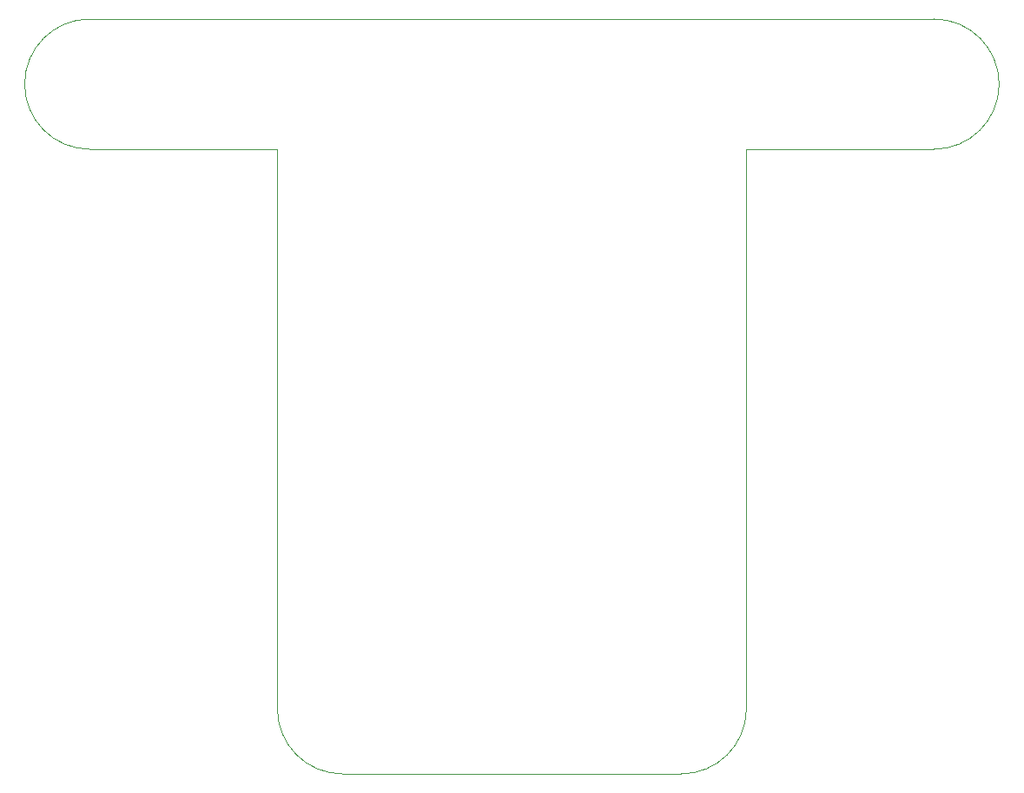
<source format=gbr>
%TF.GenerationSoftware,KiCad,Pcbnew,(5.1.7)-1*%
%TF.CreationDate,2020-12-12T13:46:10-06:00*%
%TF.ProjectId,ConsolePedal,436f6e73-6f6c-4655-9065-64616c2e6b69,rev?*%
%TF.SameCoordinates,Original*%
%TF.FileFunction,Profile,NP*%
%FSLAX46Y46*%
G04 Gerber Fmt 4.6, Leading zero omitted, Abs format (unit mm)*
G04 Created by KiCad (PCBNEW (5.1.7)-1) date 2020-12-12 13:46:10*
%MOMM*%
%LPD*%
G01*
G04 APERTURE LIST*
%TA.AperFunction,Profile*%
%ADD10C,0.050000*%
%TD*%
G04 APERTURE END LIST*
D10*
X178308000Y-33020000D02*
X96012000Y-33020000D01*
X160020000Y-45720000D02*
X178308000Y-45720000D01*
X96012000Y-45720000D02*
X114300000Y-45720000D01*
X160020000Y-45720000D02*
X160020000Y-100330000D01*
X114300000Y-45720000D02*
X114300000Y-100330000D01*
X96012000Y-45720000D02*
G75*
G02*
X96012000Y-33020000I0J6350000D01*
G01*
X178308000Y-33020000D02*
G75*
G02*
X178308000Y-45720000I0J-6350000D01*
G01*
X120650000Y-106680000D02*
X153670000Y-106680000D01*
X160020000Y-100330000D02*
G75*
G02*
X153670000Y-106680000I-6350000J0D01*
G01*
X120650000Y-106680000D02*
G75*
G02*
X114300000Y-100330000I0J6350000D01*
G01*
M02*

</source>
